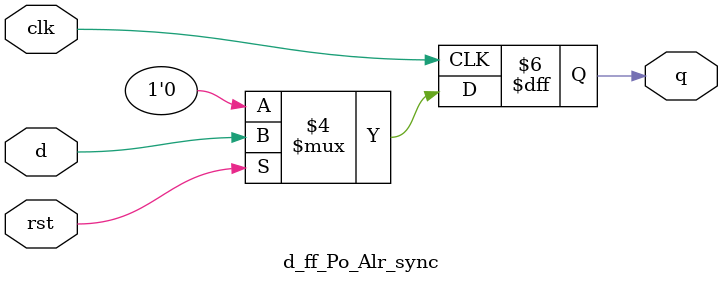
<source format=v>
`timescale 1ns / 1ps


module d_ff_Po_Alr_sync(q,clk,d,rst);
input clk,d,rst;
output reg q;

always @(posedge clk ) begin
    if(!rst)
        q <= 0;
    else 
        q <= d;
end
endmodule

</source>
